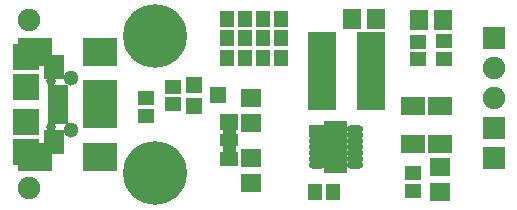
<source format=gts>
%FSLAX45Y45*%
G04 Gerber Fmt 4.5, Leading zero omitted, Abs format (unit mm)*
G04 Created by KiCad (PCBNEW (2014-07-12 BZR 4289 GOST-COMMITTERS)-product) date 07.04.2017 13:29:06*
%MOMM*%
G01*
G04 APERTURE LIST*
%ADD10C,0.150000*%
%ADD11C,1.100000*%
%ADD12C,1.300000*%
%ADD13R,2.900000X2.400000*%
%ADD14R,2.900000X0.900000*%
%ADD15C,0.800000*%
%ADD16R,1.800000X2.000000*%
%ADD17R,2.300000X2.300000*%
%ADD18R,1.750000X0.800000*%
%ADD19R,1.416000X1.289000*%
%ADD20R,1.800000X1.500000*%
%ADD21R,1.289000X1.416000*%
%ADD22R,1.500000X1.800000*%
%ADD23R,2.400000X6.700000*%
%ADD24R,1.300000X1.400000*%
%ADD25R,1.400000X1.300000*%
%ADD26R,2.100000X1.543000*%
%ADD27C,1.900000*%
%ADD28R,1.500000X1.400000*%
%ADD29R,1.500000X1.100000*%
%ADD30R,1.500000X1.300000*%
%ADD31R,1.314400X1.314400*%
%ADD32R,1.900000X1.900000*%
%ADD33C,5.400000*%
%ADD34R,1.200000X1.200000*%
%ADD35O,1.400000X0.650000*%
%ADD36R,1.400000X0.650000*%
G04 APERTURE END LIST*
D10*
D11*
X10637400Y-6147480D02*
X10637400Y-6437480D01*
D12*
X9296400Y-6214400D03*
D13*
X8996400Y-5549400D03*
X8996400Y-6439400D03*
X9546400Y-5549400D03*
X9546400Y-6439400D03*
D14*
X9546400Y-5834400D03*
X9546400Y-5914400D03*
X9546400Y-5994400D03*
X9546400Y-6074400D03*
X9546400Y-6154400D03*
D12*
X9296400Y-5774400D03*
D15*
X9130400Y-5799400D03*
D16*
X9150400Y-5674400D03*
X9150400Y-6314400D03*
D17*
X8915400Y-5589400D03*
X8915400Y-5849400D03*
X8915400Y-6139400D03*
X8915400Y-6399400D03*
D18*
X9184400Y-5864400D03*
X9184400Y-5929400D03*
X9184400Y-5994400D03*
X9184400Y-6059400D03*
X9184400Y-6124400D03*
D15*
X9130400Y-6189400D03*
D19*
X9931400Y-6096000D03*
X9931400Y-5943600D03*
D20*
X10820400Y-6150200D03*
X10820400Y-5940200D03*
X10820400Y-6448200D03*
X10820400Y-6658200D03*
D21*
X11361920Y-6732990D03*
X11514320Y-6732990D03*
D22*
X11672800Y-5272570D03*
X11882800Y-5272570D03*
D20*
X12420600Y-6524400D03*
X12420600Y-6734400D03*
D19*
X12192000Y-6578600D03*
X12192000Y-6731000D03*
D21*
X10769600Y-5600700D03*
X10617200Y-5600700D03*
X10769600Y-5435600D03*
X10617200Y-5435600D03*
X10769600Y-5270500D03*
X10617200Y-5270500D03*
D23*
X11421130Y-5713780D03*
X11836130Y-5713780D03*
D24*
X10923200Y-5600700D03*
X11073200Y-5600700D03*
X11073200Y-5435600D03*
X10923200Y-5435600D03*
X11073200Y-5270500D03*
X10923200Y-5270500D03*
D25*
X12235000Y-5462200D03*
X12235000Y-5612200D03*
X12455200Y-5610900D03*
X12455200Y-5460900D03*
D22*
X12449400Y-5281330D03*
X12239400Y-5281330D03*
D26*
X12189100Y-6012200D03*
X12189100Y-6332200D03*
X12420600Y-6012200D03*
X12420600Y-6332200D03*
D27*
X8940800Y-5283200D03*
X8940800Y-6705600D03*
D28*
X10637400Y-6142480D03*
D29*
X10637400Y-6297480D03*
D30*
X10637400Y-6452480D03*
D25*
X10160000Y-5843200D03*
X10160000Y-5993200D03*
D31*
X10337800Y-6007100D03*
X10337800Y-5829300D03*
X10541000Y-5918200D03*
D32*
X12877800Y-6451600D03*
X12877800Y-6197600D03*
D27*
X12877800Y-5943600D03*
D32*
X12877800Y-5435600D03*
D27*
X12877800Y-5689600D03*
D33*
X10007600Y-6575990D03*
X10010200Y-5418040D03*
D34*
X11498210Y-6433810D03*
X11578210Y-6193810D03*
D35*
X11698210Y-6203810D03*
X11698210Y-6353810D03*
X11698210Y-6303810D03*
X11698210Y-6253810D03*
X11698210Y-6453810D03*
X11698210Y-6503810D03*
X11698210Y-6403810D03*
X11378210Y-6403810D03*
X11378210Y-6503810D03*
X11378210Y-6453810D03*
D36*
X11378210Y-6203810D03*
D35*
X11378210Y-6253810D03*
X11378210Y-6303810D03*
X11378210Y-6353810D03*
D34*
X11578210Y-6273810D03*
X11578210Y-6353810D03*
X11578210Y-6433810D03*
X11578210Y-6513810D03*
X11498210Y-6193810D03*
X11498210Y-6273810D03*
X11498210Y-6353810D03*
X11498210Y-6513810D03*
M02*

</source>
